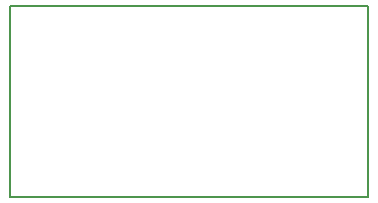
<source format=gm1>
G04 MADE WITH FRITZING*
G04 WWW.FRITZING.ORG*
G04 SINGLE SIDED*
G04 HOLES NOT PLATED*
G04 CONTOUR ON CENTER OF CONTOUR VECTOR*
%ASAXBY*%
%FSLAX23Y23*%
%MOIN*%
%OFA0B0*%
%SFA1.0B1.0*%
%ADD10R,1.199070X0.644205*%
%ADD11C,0.008000*%
%ADD10C,0.008*%
%LNCONTOUR*%
G90*
G70*
G54D10*
G54D11*
X4Y640D02*
X1195Y640D01*
X1195Y4D01*
X4Y4D01*
X4Y640D01*
D02*
G04 End of contour*
M02*
</source>
